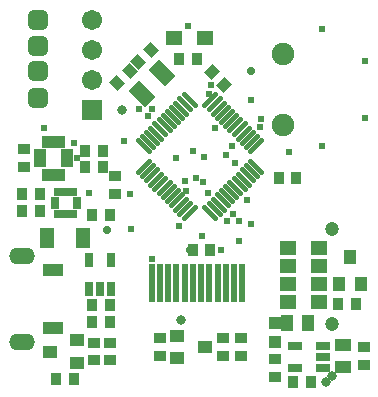
<source format=gbr>
%TF.GenerationSoftware,Altium Limited,Altium Designer,20.0.13 (296)*%
G04 Layer_Color=8388736*
%FSLAX25Y25*%
%MOIN*%
%TF.FileFunction,Soldermask,Top*%
%TF.Part,Single*%
G01*
G75*
%TA.AperFunction,SMDPad,CuDef*%
%ADD78R,0.03950X0.03556*%
%ADD79R,0.03556X0.03950*%
%ADD86R,0.04540X0.04343*%
%ADD87R,0.04540X0.04343*%
%TA.AperFunction,ViaPad*%
%ADD94C,0.03162*%
%TA.AperFunction,ComponentPad*%
%ADD95R,0.06706X0.06706*%
%ADD96C,0.06706*%
%ADD97C,0.04737*%
%ADD98R,0.06706X0.03950*%
%ADD99O,0.08674X0.05524*%
%TA.AperFunction,ViaPad*%
%ADD100C,0.02769*%
%ADD101C,0.02375*%
%ADD102C,0.03950*%
%ADD103C,0.07493*%
%TA.AperFunction,SMDPad,CuDef*%
%ADD112R,0.05800X0.04800*%
G04:AMPARAMS|DCode=113|XSize=17.84mil|YSize=69.02mil|CornerRadius=0mil|HoleSize=0mil|Usage=FLASHONLY|Rotation=45.000|XOffset=0mil|YOffset=0mil|HoleType=Round|Shape=Round|*
%AMOVALD113*
21,1,0.05118,0.01784,0.00000,0.00000,135.0*
1,1,0.01784,0.01810,-0.01810*
1,1,0.01784,-0.01810,0.01810*
%
%ADD113OVALD113*%

G04:AMPARAMS|DCode=114|XSize=17.84mil|YSize=69.02mil|CornerRadius=0mil|HoleSize=0mil|Usage=FLASHONLY|Rotation=315.000|XOffset=0mil|YOffset=0mil|HoleType=Round|Shape=Round|*
%AMOVALD114*
21,1,0.05118,0.01784,0.00000,0.00000,45.0*
1,1,0.01784,-0.01810,-0.01810*
1,1,0.01784,0.01810,0.01810*
%
%ADD114OVALD114*%

G04:AMPARAMS|DCode=115|XSize=67.06mil|YSize=67.06mil|CornerRadius=18.76mil|HoleSize=0mil|Usage=FLASHONLY|Rotation=270.000|XOffset=0mil|YOffset=0mil|HoleType=Round|Shape=RoundedRectangle|*
%AMROUNDEDRECTD115*
21,1,0.06706,0.02953,0,0,270.0*
21,1,0.02953,0.06706,0,0,270.0*
1,1,0.03753,-0.01476,-0.01476*
1,1,0.03753,-0.01476,0.01476*
1,1,0.03753,0.01476,0.01476*
1,1,0.03753,0.01476,-0.01476*
%
%ADD115ROUNDEDRECTD115*%
%ADD116R,0.03891X0.01902*%
%ADD117R,0.01902X0.03891*%
G04:AMPARAMS|DCode=118|XSize=35.56mil|YSize=39.5mil|CornerRadius=0mil|HoleSize=0mil|Usage=FLASHONLY|Rotation=225.000|XOffset=0mil|YOffset=0mil|HoleType=Round|Shape=Rectangle|*
%AMROTATEDRECTD118*
4,1,4,-0.00139,0.02654,0.02654,-0.00139,0.00139,-0.02654,-0.02654,0.00139,-0.00139,0.02654,0.0*
%
%ADD118ROTATEDRECTD118*%

G04:AMPARAMS|DCode=119|XSize=35.56mil|YSize=39.5mil|CornerRadius=0mil|HoleSize=0mil|Usage=FLASHONLY|Rotation=315.000|XOffset=0mil|YOffset=0mil|HoleType=Round|Shape=Rectangle|*
%AMROTATEDRECTD119*
4,1,4,-0.02654,-0.00139,0.00139,0.02654,0.02654,0.00139,-0.00139,-0.02654,-0.02654,-0.00139,0.0*
%
%ADD119ROTATEDRECTD119*%

G04:AMPARAMS|DCode=120|XSize=47.37mil|YSize=78.87mil|CornerRadius=0mil|HoleSize=0mil|Usage=FLASHONLY|Rotation=225.000|XOffset=0mil|YOffset=0mil|HoleType=Round|Shape=Rectangle|*
%AMROTATEDRECTD120*
4,1,4,-0.01114,0.04463,0.04463,-0.01114,0.01114,-0.04463,-0.04463,0.01114,-0.01114,0.04463,0.0*
%
%ADD120ROTATEDRECTD120*%

%ADD121R,0.01902X0.02631*%
%ADD122R,0.02631X0.01902*%
%ADD123R,0.04737X0.07099*%
%ADD124R,0.02769X0.04737*%
%ADD125R,0.03950X0.03950*%
%ADD126R,0.04343X0.05524*%
%ADD127R,0.04737X0.02769*%
%ADD128R,0.05524X0.04343*%
%ADD129R,0.04343X0.04540*%
%ADD130R,0.04343X0.04540*%
%ADD131R,0.02178X0.12611*%
D78*
X119000Y16047D02*
D03*
Y21953D02*
D03*
X5671Y82063D02*
D03*
Y87968D02*
D03*
X29000Y23453D02*
D03*
Y17547D02*
D03*
X34500D02*
D03*
Y23453D02*
D03*
X51000Y24953D02*
D03*
Y19047D02*
D03*
X72000D02*
D03*
Y24953D02*
D03*
X78000D02*
D03*
Y19047D02*
D03*
X89500Y17953D02*
D03*
Y12047D02*
D03*
X36000Y78953D02*
D03*
Y73047D02*
D03*
D79*
X67953Y54500D02*
D03*
X62047D02*
D03*
X57547Y118000D02*
D03*
X63453D02*
D03*
X11124Y67516D02*
D03*
X5218D02*
D03*
Y73016D02*
D03*
X11124D02*
D03*
X32124Y87516D02*
D03*
X26219D02*
D03*
X32124Y82016D02*
D03*
X26219D02*
D03*
X28547Y66000D02*
D03*
X34453D02*
D03*
Y36000D02*
D03*
X28547D02*
D03*
X34453Y30500D02*
D03*
X28547D02*
D03*
X22453Y11500D02*
D03*
X16547D02*
D03*
X95547Y10500D02*
D03*
X101453D02*
D03*
X116453Y36500D02*
D03*
X110547D02*
D03*
X90722Y78500D02*
D03*
X96628D02*
D03*
D86*
X14374Y20500D02*
D03*
X23626Y16760D02*
D03*
X66126Y22000D02*
D03*
X56874Y25740D02*
D03*
D87*
X23626Y24240D02*
D03*
X56874Y18260D02*
D03*
D94*
X38500Y101000D02*
D03*
X58000Y31000D02*
D03*
X108500Y12500D02*
D03*
X106453Y10500D02*
D03*
D95*
X28500Y101000D02*
D03*
D96*
Y111000D02*
D03*
Y121000D02*
D03*
Y131000D02*
D03*
D97*
X108339Y61347D02*
D03*
Y29850D02*
D03*
D98*
X15606Y28453D02*
D03*
Y47547D02*
D03*
D99*
X5173Y23728D02*
D03*
Y52272D02*
D03*
D100*
X81500Y114000D02*
D03*
X33500Y61000D02*
D03*
X61000Y54500D02*
D03*
D101*
X81500Y104500D02*
D03*
X105000Y89000D02*
D03*
X119500Y98500D02*
D03*
Y117500D02*
D03*
X105000Y128000D02*
D03*
X48500Y101500D02*
D03*
X71500Y54500D02*
D03*
X77500Y64000D02*
D03*
X68187Y109273D02*
D03*
X67500Y106500D02*
D03*
X69500Y95000D02*
D03*
X47000Y99000D02*
D03*
X67000Y73500D02*
D03*
X94000Y87000D02*
D03*
X84372Y95500D02*
D03*
X84824Y98176D02*
D03*
X56500Y85000D02*
D03*
X65807Y85307D02*
D03*
X62000Y87500D02*
D03*
X73000Y86000D02*
D03*
X44000Y101500D02*
D03*
X76122Y83500D02*
D03*
X63000Y78500D02*
D03*
X59500Y77500D02*
D03*
X59901Y73901D02*
D03*
X41500Y61500D02*
D03*
X65500Y77000D02*
D03*
X41000Y73000D02*
D03*
X75000Y89000D02*
D03*
X60500Y129000D02*
D03*
X39144Y90644D02*
D03*
X48421Y51521D02*
D03*
X57500Y62500D02*
D03*
X81500Y63000D02*
D03*
X80000Y71000D02*
D03*
X73500Y63973D02*
D03*
X65000Y59000D02*
D03*
X75500Y66500D02*
D03*
X77344Y57500D02*
D03*
X27500Y73500D02*
D03*
X22500Y90000D02*
D03*
X12500Y95000D02*
D03*
X23500Y85000D02*
D03*
D102*
X10500Y105000D02*
D03*
Y114000D02*
D03*
Y122500D02*
D03*
Y131000D02*
D03*
D103*
X92283Y96189D02*
D03*
Y119811D02*
D03*
D112*
X93882Y55000D02*
D03*
X104118D02*
D03*
Y49000D02*
D03*
X93882D02*
D03*
Y43000D02*
D03*
X104118D02*
D03*
X93882Y37000D02*
D03*
X104118D02*
D03*
X55882Y125000D02*
D03*
X66118D02*
D03*
D113*
X61021Y104290D02*
D03*
X59629Y102898D02*
D03*
X58237Y101506D02*
D03*
X56845Y100114D02*
D03*
X55453Y98722D02*
D03*
X54062Y97330D02*
D03*
X52670Y95938D02*
D03*
X51278Y94547D02*
D03*
X49886Y93155D02*
D03*
X48494Y91763D02*
D03*
X47102Y90371D02*
D03*
X45710Y88979D02*
D03*
X67979Y66710D02*
D03*
X69371Y68102D02*
D03*
X70763Y69494D02*
D03*
X72155Y70886D02*
D03*
X73546Y72278D02*
D03*
X74938Y73670D02*
D03*
X76330Y75062D02*
D03*
X77722Y76454D02*
D03*
X79114Y77845D02*
D03*
X80506Y79237D02*
D03*
X81898Y80629D02*
D03*
X83290Y82021D02*
D03*
D114*
X45710D02*
D03*
X47102Y80629D02*
D03*
X48494Y79237D02*
D03*
X49886Y77845D02*
D03*
X51278Y76454D02*
D03*
X52670Y75062D02*
D03*
X54062Y73670D02*
D03*
X55453Y72278D02*
D03*
X56845Y70886D02*
D03*
X58237Y69494D02*
D03*
X59629Y68102D02*
D03*
X61021Y66710D02*
D03*
X83290Y88979D02*
D03*
X81898Y90371D02*
D03*
X80506Y91763D02*
D03*
X79114Y93155D02*
D03*
X77722Y94547D02*
D03*
X76330Y95938D02*
D03*
X74938Y97330D02*
D03*
X73546Y98722D02*
D03*
X72155Y100114D02*
D03*
X70763Y101506D02*
D03*
X69371Y102898D02*
D03*
X67979Y104290D02*
D03*
D115*
X10500Y131000D02*
D03*
Y122500D02*
D03*
Y114000D02*
D03*
Y105000D02*
D03*
D116*
X20169Y86984D02*
D03*
Y85016D02*
D03*
Y83047D02*
D03*
X11173D02*
D03*
Y85016D02*
D03*
Y86984D02*
D03*
D117*
X18624Y79533D02*
D03*
X16656D02*
D03*
X14687D02*
D03*
X12719D02*
D03*
Y90498D02*
D03*
X14687D02*
D03*
X16656D02*
D03*
X18624D02*
D03*
D118*
X36912Y109912D02*
D03*
X41088Y114088D02*
D03*
X48088Y121088D02*
D03*
X43912Y116912D02*
D03*
D119*
X72588Y109412D02*
D03*
X68412Y113588D02*
D03*
D120*
X51980Y113480D02*
D03*
X45020Y106520D02*
D03*
D121*
X22624Y73657D02*
D03*
X20656D02*
D03*
X18687D02*
D03*
X16718D02*
D03*
Y66374D02*
D03*
X18687D02*
D03*
X20656D02*
D03*
X22624D02*
D03*
D122*
X16000Y71000D02*
D03*
Y69031D02*
D03*
X23343D02*
D03*
Y71000D02*
D03*
D123*
X25405Y58500D02*
D03*
X13595D02*
D03*
D124*
X34980Y41500D02*
D03*
X27500D02*
D03*
X31240D02*
D03*
X27500Y50949D02*
D03*
X34980D02*
D03*
D125*
X89500Y23850D02*
D03*
Y30150D02*
D03*
D126*
X100543Y30000D02*
D03*
X93457D02*
D03*
D127*
X105449Y22480D02*
D03*
Y15000D02*
D03*
Y18740D02*
D03*
X96000Y15000D02*
D03*
Y22480D02*
D03*
D128*
X112000Y15457D02*
D03*
Y22543D02*
D03*
D129*
X114500Y52126D02*
D03*
X110760Y42874D02*
D03*
D130*
X118240Y42874D02*
D03*
D131*
X78658Y43500D02*
D03*
X75902D02*
D03*
X73146D02*
D03*
X70390D02*
D03*
X67634D02*
D03*
X64878D02*
D03*
X62122D02*
D03*
X59366D02*
D03*
X56610D02*
D03*
X53854D02*
D03*
X51098D02*
D03*
X48342D02*
D03*
%TF.MD5,58ab253ad2cb2d6678ab458c08d9bff4*%
M02*

</source>
